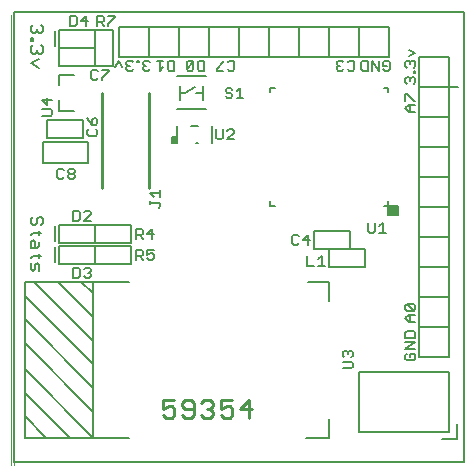
<source format=gto>
G75*
G70*
%OFA0B0*%
%FSLAX24Y24*%
%IPPOS*%
%LPD*%
%AMOC8*
5,1,8,0,0,1.08239X$1,22.5*
%
%ADD10C,0.0000*%
%ADD11C,0.0080*%
%ADD12C,0.0060*%
%ADD13C,0.0110*%
%ADD14C,0.0100*%
%ADD15C,0.0050*%
D10*
X000100Y000100D02*
X000100Y015100D01*
X000200Y015200D02*
X000200Y000200D01*
X000200Y000100D01*
X000200Y000200D02*
X015200Y000200D01*
X015200Y015200D01*
X000200Y015200D01*
D11*
X000740Y014696D02*
X000810Y014766D01*
X000740Y014696D02*
X000740Y014556D01*
X000810Y014485D01*
X000880Y014485D01*
X000950Y014556D01*
X000950Y014626D01*
X000950Y014556D02*
X001020Y014485D01*
X001090Y014485D01*
X001160Y014556D01*
X001160Y014696D01*
X001090Y014766D01*
X001550Y014550D02*
X001550Y014050D01*
X001160Y014005D02*
X001160Y013865D01*
X001090Y013795D01*
X001020Y013795D01*
X000950Y013865D01*
X000880Y013795D01*
X000810Y013795D01*
X000740Y013865D01*
X000740Y014005D01*
X000810Y014075D01*
X000810Y014235D02*
X000740Y014235D01*
X000740Y014305D01*
X000810Y014305D01*
X000810Y014235D01*
X001090Y014075D02*
X001160Y014005D01*
X000950Y013935D02*
X000950Y013865D01*
X001020Y013615D02*
X000740Y013475D01*
X001020Y013334D01*
X001700Y013100D02*
X001700Y012750D01*
X001700Y013100D02*
X002200Y013100D01*
X001700Y012250D02*
X001700Y011900D01*
X002200Y011900D01*
X002650Y010850D02*
X001150Y010850D01*
X001150Y010150D01*
X002650Y010150D01*
X002650Y010850D01*
X001090Y008358D02*
X001020Y008358D01*
X000950Y008287D01*
X000950Y008147D01*
X000880Y008077D01*
X000810Y008077D01*
X000740Y008147D01*
X000740Y008287D01*
X000810Y008358D01*
X001090Y008358D02*
X001160Y008287D01*
X001160Y008147D01*
X001090Y008077D01*
X001020Y007897D02*
X001020Y007757D01*
X001090Y007827D02*
X000810Y007827D01*
X000740Y007757D01*
X000810Y007590D02*
X000740Y007520D01*
X000740Y007310D01*
X000950Y007310D01*
X001020Y007380D01*
X001020Y007520D01*
X000880Y007520D02*
X000880Y007310D01*
X000880Y007520D02*
X000810Y007590D01*
X001020Y007130D02*
X001020Y006990D01*
X001090Y007060D02*
X000810Y007060D01*
X000740Y006990D01*
X000740Y006823D02*
X000740Y006613D01*
X000810Y006543D01*
X000880Y006613D01*
X000880Y006753D01*
X000950Y006823D01*
X001020Y006753D01*
X001020Y006543D01*
X001550Y006850D02*
X001550Y007350D01*
X001550Y007550D02*
X001550Y008050D01*
X005452Y010824D02*
X005452Y011021D01*
X005491Y011021D01*
X005491Y010824D01*
X005452Y010824D01*
X005491Y010824D02*
X005531Y010824D01*
X005531Y011021D01*
X005570Y011021D01*
X005570Y010824D01*
X005531Y010824D01*
X005570Y010824D02*
X005609Y010824D01*
X005609Y011021D01*
X005570Y011021D01*
X005531Y011021D02*
X005491Y011021D01*
X005609Y011021D02*
X005609Y011376D01*
X006082Y011376D02*
X006318Y011376D01*
X006791Y011376D02*
X006791Y010824D01*
X006318Y010824D02*
X006239Y010824D01*
X006572Y011949D02*
X005628Y011949D01*
X005628Y013051D02*
X006572Y013051D01*
X006700Y013700D02*
X005700Y013700D01*
X004700Y013700D01*
X003700Y013700D01*
X003700Y014700D01*
X004700Y014700D01*
X004700Y013700D01*
X004700Y014700D01*
X005700Y014700D01*
X005700Y013700D01*
X005700Y014700D01*
X006700Y014700D01*
X006700Y013700D01*
X006700Y014700D01*
X007700Y014700D01*
X007700Y013700D01*
X006700Y013700D01*
X007700Y013700D02*
X007700Y014700D01*
X008700Y014700D01*
X008700Y013700D01*
X007700Y013700D01*
X008700Y013700D02*
X008700Y014700D01*
X009700Y014700D01*
X009700Y013700D01*
X008700Y013700D01*
X009700Y013700D02*
X009700Y014700D01*
X010700Y014700D01*
X010700Y013700D01*
X009700Y013700D01*
X010700Y013700D02*
X010700Y014700D01*
X011700Y014700D01*
X011700Y013700D01*
X012700Y013700D01*
X012700Y014700D01*
X011700Y014700D01*
X011700Y013700D01*
X010700Y013700D01*
X008889Y012669D02*
X008731Y012669D01*
X008731Y012511D01*
X008731Y008889D02*
X008731Y008731D01*
X008889Y008731D01*
X012511Y008731D02*
X012669Y008731D01*
X012983Y008731D01*
X012983Y008417D01*
X012669Y008417D01*
X012669Y008731D01*
X012669Y008889D01*
X013700Y008700D02*
X013700Y009700D01*
X013700Y010700D01*
X013700Y011700D01*
X013700Y012700D01*
X013700Y013700D01*
X014700Y013700D01*
X014700Y012700D01*
X013700Y012700D01*
X014700Y012700D01*
X014700Y011700D01*
X013700Y011700D01*
X014700Y011700D01*
X014700Y010700D01*
X013700Y010700D01*
X014700Y010700D01*
X014700Y009700D01*
X013700Y009700D01*
X014700Y009700D01*
X014700Y008700D01*
X013700Y008700D01*
X013700Y007700D01*
X014700Y007700D01*
X014700Y008700D01*
X013700Y008700D01*
X013700Y007700D02*
X013700Y006700D01*
X014700Y006700D01*
X014700Y007700D01*
X013700Y007700D01*
X013700Y006700D02*
X013700Y005700D01*
X014700Y005700D01*
X014700Y006700D01*
X013700Y006700D01*
X013700Y005700D02*
X013700Y004700D01*
X013700Y003700D01*
X014700Y003700D01*
X014700Y004700D01*
X013700Y004700D01*
X014700Y004700D01*
X014700Y005700D01*
X013700Y005700D01*
X014700Y003200D02*
X011700Y003200D01*
X011700Y001200D01*
X014700Y001200D01*
X014700Y003200D01*
X014950Y001450D02*
X014950Y000950D01*
X014450Y000950D01*
X012669Y012511D02*
X012669Y012669D01*
X012511Y012669D01*
D12*
X012552Y013230D02*
X012666Y013230D01*
X012722Y013286D01*
X012722Y013513D01*
X012666Y013570D01*
X012552Y013570D01*
X012496Y013513D01*
X012496Y013400D01*
X012609Y013400D01*
X012496Y013286D02*
X012552Y013230D01*
X012354Y013230D02*
X012127Y013570D01*
X012127Y013230D01*
X011986Y013230D02*
X011816Y013230D01*
X011759Y013286D01*
X011759Y013513D01*
X011816Y013570D01*
X011986Y013570D01*
X011986Y013230D01*
X012354Y013230D02*
X012354Y013570D01*
X011538Y013513D02*
X011538Y013286D01*
X011482Y013230D01*
X011368Y013230D01*
X011311Y013286D01*
X011170Y013286D02*
X011113Y013230D01*
X011000Y013230D01*
X010943Y013286D01*
X010943Y013343D01*
X011000Y013400D01*
X010943Y013457D01*
X010943Y013513D01*
X011000Y013570D01*
X011113Y013570D01*
X011170Y013513D01*
X011311Y013513D02*
X011368Y013570D01*
X011482Y013570D01*
X011538Y013513D01*
X011057Y013400D02*
X011000Y013400D01*
X013230Y013395D02*
X013230Y013508D01*
X013286Y013565D01*
X013343Y013565D01*
X013400Y013508D01*
X013457Y013565D01*
X013513Y013565D01*
X013570Y013508D01*
X013570Y013395D01*
X013513Y013338D01*
X013513Y013210D02*
X013570Y013210D01*
X013570Y013154D01*
X013513Y013154D01*
X013513Y013210D01*
X013513Y013012D02*
X013457Y013012D01*
X013400Y012956D01*
X013400Y012899D01*
X013400Y012956D02*
X013343Y013012D01*
X013286Y013012D01*
X013230Y012956D01*
X013230Y012842D01*
X013286Y012785D01*
X013513Y012785D02*
X013570Y012842D01*
X013570Y012956D01*
X013513Y013012D01*
X013286Y013338D02*
X013230Y013395D01*
X013400Y013451D02*
X013400Y013508D01*
X013343Y013706D02*
X013570Y013820D01*
X013343Y013933D01*
X014700Y012700D02*
X015000Y012700D01*
X013570Y012230D02*
X013513Y012230D01*
X013286Y012457D01*
X013230Y012457D01*
X013230Y012230D01*
X013343Y012089D02*
X013570Y012089D01*
X013400Y012089D02*
X013400Y011862D01*
X013343Y011862D02*
X013230Y011975D01*
X013343Y012089D01*
X013343Y011862D02*
X013570Y011862D01*
X015200Y015200D02*
X015200Y000200D01*
X000200Y000200D01*
X000200Y015200D01*
X015200Y015200D01*
X012475Y008170D02*
X012475Y007830D01*
X012362Y007830D02*
X012589Y007830D01*
X012362Y008057D02*
X012475Y008170D01*
X012220Y008170D02*
X012220Y007887D01*
X012164Y007830D01*
X012050Y007830D01*
X011993Y007887D01*
X011993Y008170D01*
X010443Y007070D02*
X010443Y006730D01*
X010330Y006730D02*
X010557Y006730D01*
X010330Y006957D02*
X010443Y007070D01*
X010189Y006730D02*
X009962Y006730D01*
X009962Y007070D01*
X010000Y007430D02*
X010000Y007770D01*
X009830Y007600D01*
X010057Y007600D01*
X009689Y007487D02*
X009632Y007430D01*
X009518Y007430D01*
X009462Y007487D01*
X009462Y007714D01*
X009518Y007770D01*
X009632Y007770D01*
X009689Y007714D01*
X007520Y010939D02*
X007293Y010939D01*
X007520Y011166D01*
X007520Y011222D01*
X007463Y011279D01*
X007350Y011279D01*
X007293Y011222D01*
X007151Y011279D02*
X007151Y010995D01*
X007095Y010939D01*
X006981Y010939D01*
X006924Y010995D01*
X006924Y011279D01*
X007299Y012317D02*
X007243Y012374D01*
X007299Y012317D02*
X007413Y012317D01*
X007469Y012374D01*
X007469Y012431D01*
X007413Y012488D01*
X007299Y012488D01*
X007243Y012544D01*
X007243Y012601D01*
X007299Y012658D01*
X007413Y012658D01*
X007469Y012601D01*
X007611Y012544D02*
X007724Y012658D01*
X007724Y012317D01*
X007611Y012317D02*
X007838Y012317D01*
X007482Y013230D02*
X007538Y013286D01*
X007538Y013513D01*
X007482Y013570D01*
X007368Y013570D01*
X007311Y013513D01*
X007170Y013513D02*
X007170Y013570D01*
X007170Y013513D02*
X006943Y013286D01*
X006943Y013230D01*
X007170Y013230D01*
X007311Y013286D02*
X007368Y013230D01*
X007482Y013230D01*
X006538Y013230D02*
X006368Y013230D01*
X006311Y013286D01*
X006311Y013513D01*
X006368Y013570D01*
X006538Y013570D01*
X006538Y013230D01*
X006170Y013286D02*
X006170Y013513D01*
X005943Y013286D01*
X005943Y013513D01*
X006000Y013570D01*
X006113Y013570D01*
X006170Y013513D01*
X006170Y013286D02*
X006113Y013230D01*
X006000Y013230D01*
X005943Y013286D01*
X005538Y013230D02*
X005538Y013570D01*
X005368Y013570D01*
X005311Y013513D01*
X005311Y013286D01*
X005368Y013230D01*
X005538Y013230D01*
X005170Y013343D02*
X005057Y013230D01*
X005057Y013570D01*
X005170Y013570D02*
X004943Y013570D01*
X004715Y013513D02*
X004658Y013570D01*
X004544Y013570D01*
X004488Y013513D01*
X004488Y013457D01*
X004544Y013400D01*
X004601Y013400D01*
X004544Y013400D02*
X004488Y013343D01*
X004488Y013286D01*
X004544Y013230D01*
X004658Y013230D01*
X004715Y013286D01*
X004346Y013513D02*
X004290Y013513D01*
X004290Y013570D01*
X004346Y013570D01*
X004346Y013513D01*
X004162Y013513D02*
X004105Y013570D01*
X003992Y013570D01*
X003935Y013513D01*
X003935Y013457D01*
X003992Y013400D01*
X004049Y013400D01*
X003992Y013400D02*
X003935Y013343D01*
X003935Y013286D01*
X003992Y013230D01*
X004105Y013230D01*
X004162Y013286D01*
X003794Y013343D02*
X003680Y013570D01*
X003567Y013343D01*
X003357Y013270D02*
X003357Y013214D01*
X003130Y012987D01*
X003130Y012930D01*
X002989Y012987D02*
X002932Y012930D01*
X002818Y012930D01*
X002762Y012987D01*
X002762Y013214D01*
X002818Y013270D01*
X002932Y013270D01*
X002989Y013214D01*
X003130Y013270D02*
X003357Y013270D01*
X003330Y014730D02*
X003330Y014787D01*
X003557Y015014D01*
X003557Y015070D01*
X003330Y015070D01*
X003189Y015014D02*
X003189Y014900D01*
X003132Y014843D01*
X002962Y014843D01*
X002962Y014730D02*
X002962Y015070D01*
X003132Y015070D01*
X003189Y015014D01*
X003075Y014843D02*
X003189Y014730D01*
X002657Y014900D02*
X002430Y014900D01*
X002600Y015070D01*
X002600Y014730D01*
X002289Y014787D02*
X002289Y015014D01*
X002232Y015070D01*
X002062Y015070D01*
X002062Y014730D01*
X002232Y014730D01*
X002289Y014787D01*
X001470Y012268D02*
X001130Y012268D01*
X001300Y012098D01*
X001300Y012325D01*
X001413Y011957D02*
X001130Y011957D01*
X001130Y011730D02*
X001413Y011730D01*
X001470Y011787D01*
X001470Y011900D01*
X001413Y011957D01*
X002630Y011657D02*
X002686Y011543D01*
X002800Y011430D01*
X002800Y011600D01*
X002857Y011657D01*
X002913Y011657D01*
X002970Y011600D01*
X002970Y011487D01*
X002913Y011430D01*
X002800Y011430D01*
X002913Y011289D02*
X002970Y011232D01*
X002970Y011118D01*
X002913Y011062D01*
X002686Y011062D01*
X002630Y011118D01*
X002630Y011232D01*
X002686Y011289D01*
X002168Y009970D02*
X002055Y009970D01*
X001998Y009914D01*
X001998Y009857D01*
X002055Y009800D01*
X002168Y009800D01*
X002225Y009743D01*
X002225Y009687D01*
X002168Y009630D01*
X002055Y009630D01*
X001998Y009687D01*
X001998Y009743D01*
X002055Y009800D01*
X002168Y009800D02*
X002225Y009857D01*
X002225Y009914D01*
X002168Y009970D01*
X001857Y009914D02*
X001800Y009970D01*
X001687Y009970D01*
X001630Y009914D01*
X001630Y009687D01*
X001687Y009630D01*
X001800Y009630D01*
X001857Y009687D01*
X002162Y008570D02*
X002332Y008570D01*
X002389Y008514D01*
X002389Y008287D01*
X002332Y008230D01*
X002162Y008230D01*
X002162Y008570D01*
X002530Y008514D02*
X002587Y008570D01*
X002700Y008570D01*
X002757Y008514D01*
X002757Y008457D01*
X002530Y008230D01*
X002757Y008230D01*
X002700Y006670D02*
X002587Y006670D01*
X002530Y006614D01*
X002389Y006614D02*
X002389Y006387D01*
X002332Y006330D01*
X002162Y006330D01*
X002162Y006670D01*
X002332Y006670D01*
X002389Y006614D01*
X002530Y006387D02*
X002587Y006330D01*
X002700Y006330D01*
X002757Y006387D01*
X002757Y006443D01*
X002700Y006500D01*
X002643Y006500D01*
X002700Y006500D02*
X002757Y006557D01*
X002757Y006614D01*
X002700Y006670D01*
X004262Y006930D02*
X004262Y007270D01*
X004432Y007270D01*
X004489Y007214D01*
X004489Y007100D01*
X004432Y007043D01*
X004262Y007043D01*
X004375Y007043D02*
X004489Y006930D01*
X004630Y006987D02*
X004687Y006930D01*
X004800Y006930D01*
X004857Y006987D01*
X004857Y007100D01*
X004800Y007157D01*
X004743Y007157D01*
X004630Y007100D01*
X004630Y007270D01*
X004857Y007270D01*
X004800Y007630D02*
X004800Y007970D01*
X004630Y007800D01*
X004857Y007800D01*
X004489Y007800D02*
X004432Y007743D01*
X004262Y007743D01*
X004262Y007630D02*
X004262Y007970D01*
X004432Y007970D01*
X004489Y007914D01*
X004489Y007800D01*
X004375Y007743D02*
X004489Y007630D01*
X005013Y008662D02*
X005070Y008718D01*
X005070Y008775D01*
X005013Y008832D01*
X004730Y008832D01*
X004730Y008775D02*
X004730Y008889D01*
X004843Y009030D02*
X004730Y009143D01*
X005070Y009143D01*
X005070Y009030D02*
X005070Y009257D01*
X011142Y003845D02*
X011142Y003732D01*
X011198Y003675D01*
X011142Y003534D02*
X011425Y003534D01*
X011482Y003477D01*
X011482Y003363D01*
X011425Y003307D01*
X011142Y003307D01*
X011425Y003675D02*
X011482Y003732D01*
X011482Y003845D01*
X011425Y003902D01*
X011368Y003902D01*
X011312Y003845D01*
X011312Y003789D01*
X011312Y003845D02*
X011255Y003902D01*
X011198Y003902D01*
X011142Y003845D01*
X013230Y003748D02*
X013230Y003634D01*
X013286Y003578D01*
X013513Y003578D01*
X013570Y003634D01*
X013570Y003748D01*
X013513Y003804D01*
X013400Y003804D01*
X013400Y003691D01*
X013286Y003804D02*
X013230Y003748D01*
X013230Y003946D02*
X013570Y004173D01*
X013230Y004173D01*
X013230Y004314D02*
X013230Y004484D01*
X013286Y004541D01*
X013513Y004541D01*
X013570Y004484D01*
X013570Y004314D01*
X013230Y004314D01*
X013230Y003946D02*
X013570Y003946D01*
X013570Y004862D02*
X013343Y004862D01*
X013230Y004975D01*
X013343Y005089D01*
X013570Y005089D01*
X013513Y005230D02*
X013286Y005457D01*
X013513Y005457D01*
X013570Y005400D01*
X013570Y005287D01*
X013513Y005230D01*
X013286Y005230D01*
X013230Y005287D01*
X013230Y005400D01*
X013286Y005457D01*
X013400Y005089D02*
X013400Y004862D01*
D13*
X008017Y002246D02*
X008017Y001655D01*
X008115Y001950D02*
X007722Y001950D01*
X008017Y002246D01*
X007471Y002246D02*
X007077Y002246D01*
X007077Y001950D01*
X007274Y002049D01*
X007373Y002049D01*
X007471Y001950D01*
X007471Y001753D01*
X007373Y001655D01*
X007176Y001655D01*
X007077Y001753D01*
X006826Y001753D02*
X006728Y001655D01*
X006531Y001655D01*
X006433Y001753D01*
X006182Y001753D02*
X006182Y002147D01*
X006083Y002246D01*
X005887Y002246D01*
X005788Y002147D01*
X005788Y002049D01*
X005887Y001950D01*
X006182Y001950D01*
X006182Y001753D02*
X006083Y001655D01*
X005887Y001655D01*
X005788Y001753D01*
X005537Y001753D02*
X005537Y001950D01*
X005439Y002049D01*
X005340Y002049D01*
X005144Y001950D01*
X005144Y002246D01*
X005537Y002246D01*
X005537Y001753D02*
X005439Y001655D01*
X005242Y001655D01*
X005144Y001753D01*
X006433Y002147D02*
X006531Y002246D01*
X006728Y002246D01*
X006826Y002147D01*
X006826Y002049D01*
X006728Y001950D01*
X006826Y001852D01*
X006826Y001753D01*
X006728Y001950D02*
X006630Y001950D01*
D14*
X012700Y008450D02*
X012700Y008700D01*
X012800Y008700D02*
X012800Y008450D01*
X012900Y008450D02*
X012900Y008700D01*
X004687Y009325D02*
X004687Y012475D01*
X003113Y012475D02*
X003113Y009325D01*
D15*
X002900Y008100D02*
X004100Y008100D01*
X004100Y007500D01*
X002900Y007500D01*
X002900Y008100D01*
X001700Y008100D01*
X001700Y007500D01*
X002900Y007500D01*
X002900Y008100D01*
X002900Y007400D02*
X004100Y007400D01*
X004100Y006800D01*
X002900Y006800D01*
X002900Y007400D01*
X001700Y007400D01*
X001700Y006800D01*
X002900Y006800D01*
X002900Y007400D01*
X002826Y006200D02*
X000543Y006200D01*
X000543Y001003D01*
X002826Y001003D01*
X000543Y003287D01*
X000543Y002499D02*
X002039Y001003D01*
X002826Y001003D02*
X002826Y006200D01*
X004007Y006200D01*
X002826Y005806D02*
X002432Y006200D01*
X001645Y006200D02*
X002826Y005019D01*
X002826Y004231D02*
X000857Y006200D01*
X000543Y005728D02*
X002826Y003444D01*
X002826Y002657D02*
X000543Y004940D01*
X000543Y004153D02*
X002826Y001869D01*
X002826Y001003D02*
X004007Y001003D01*
X001251Y001003D02*
X000543Y001712D01*
X001300Y011000D02*
X001300Y011600D01*
X002500Y011600D01*
X002500Y011000D01*
X001300Y011000D01*
X001700Y013400D02*
X001700Y014000D01*
X001700Y014600D01*
X002900Y014600D01*
X002900Y013400D01*
X003500Y013400D01*
X003500Y014600D01*
X002900Y014600D01*
X002900Y014000D01*
X001700Y014000D01*
X002900Y014000D01*
X002900Y013400D01*
X001700Y013400D01*
X005706Y012736D02*
X005706Y012264D01*
X005706Y012500D02*
X005903Y012500D01*
X006218Y012697D01*
X006257Y012500D02*
X006494Y012500D01*
X006494Y012736D02*
X006494Y012264D01*
X010200Y007900D02*
X011400Y007900D01*
X011400Y007300D01*
X010200Y007300D01*
X010200Y007900D01*
X010700Y007300D02*
X011900Y007300D01*
X011900Y006700D01*
X010700Y006700D01*
X010700Y007300D01*
X010700Y006200D02*
X009991Y006200D01*
X010700Y006200D02*
X010700Y005570D01*
X010700Y001633D02*
X010700Y001003D01*
X009913Y001003D01*
M02*

</source>
